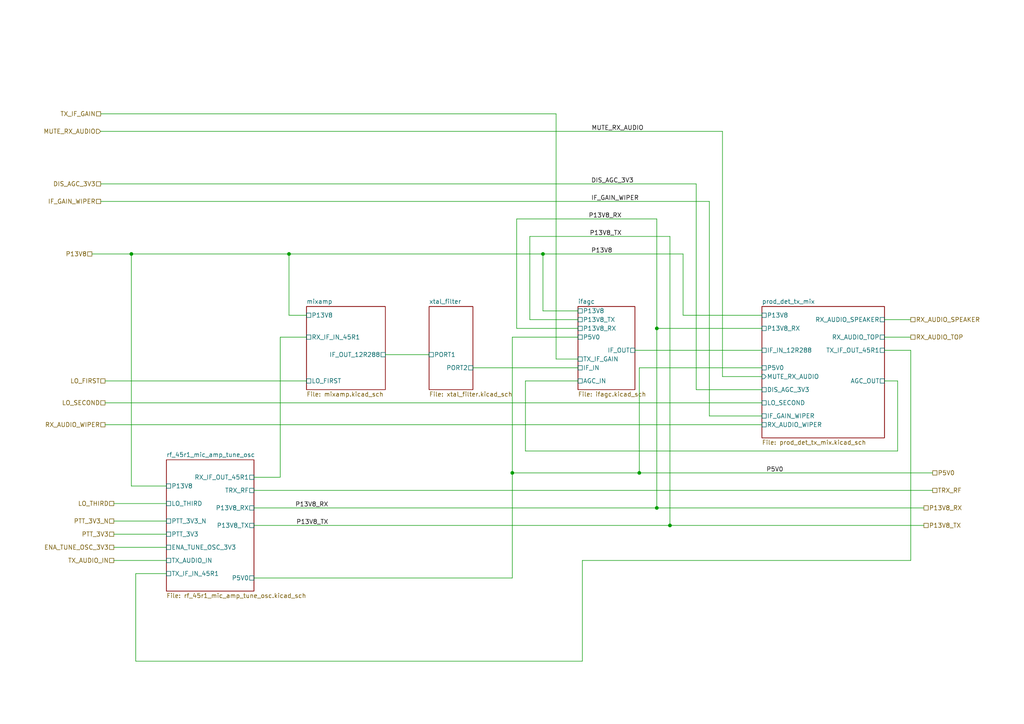
<source format=kicad_sch>
(kicad_sch (version 20211123) (generator eeschema)
  (paper "A4")
  (title_block (rev "X1") (company "WA6ZFT"))
  (lib_symbols)
  (junction (at 83.82 73.66))
  (junction (at 190.5 147.32))
  (junction (at 194.31 152.4))
  (junction (at 190.5 95.25))
  (junction (at 38.1 73.66))
  (junction (at 157.48 73.66))
  (junction (at 148.59 137.16))
  (junction (at 185.42 137.16))
  (wire (pts (xy 185.42 106.68) (xy 185.42 137.16)))
  (wire (pts (xy 148.59 167.64) (xy 73.66 167.64)))
  (wire (pts (xy 48.26 140.97) (xy 38.1 140.97)))
  (wire (pts (xy 198.12 73.66) (xy 198.12 91.44)))
  (wire (pts (xy 190.5 147.32) (xy 267.97 147.32)))
  (wire (pts (xy 185.42 137.16) (xy 148.59 137.16)))
  (wire (pts (xy 205.74 120.65) (xy 220.98 120.65)))
  (wire (pts (xy 148.59 97.79) (xy 148.59 137.16)))
  (wire (pts (xy 194.31 152.4) (xy 267.97 152.4)))
  (wire (pts (xy 220.98 106.68) (xy 185.42 106.68)))
  (wire (pts (xy 149.86 63.5) (xy 190.5 63.5)))
  (wire (pts (xy 39.37 191.77) (xy 39.37 166.37)))
  (wire (pts (xy 194.31 68.58) (xy 194.31 152.4)))
  (wire (pts (xy 73.66 147.32) (xy 190.5 147.32)))
  (wire (pts (xy 48.26 158.75) (xy 33.02 158.75)))
  (wire (pts (xy 220.98 101.6) (xy 184.15 101.6)))
  (wire (pts (xy 88.9 91.44) (xy 83.82 91.44)))
  (wire (pts (xy 167.64 90.17) (xy 157.48 90.17)))
  (wire (pts (xy 185.42 137.16) (xy 270.51 137.16)))
  (wire (pts (xy 168.91 162.56) (xy 168.91 191.77)))
  (wire (pts (xy 81.28 97.79) (xy 81.28 138.43)))
  (wire (pts (xy 167.64 97.79) (xy 148.59 97.79)))
  (wire (pts (xy 220.98 123.19) (xy 30.48 123.19)))
  (wire (pts (xy 256.54 92.71) (xy 264.16 92.71)))
  (wire (pts (xy 209.55 109.22) (xy 220.98 109.22)))
  (wire (pts (xy 48.26 162.56) (xy 33.02 162.56)))
  (wire (pts (xy 161.29 104.14) (xy 161.29 33.02)))
  (wire (pts (xy 264.16 101.6) (xy 264.16 162.56)))
  (wire (pts (xy 111.76 102.87) (xy 124.46 102.87)))
  (wire (pts (xy 167.64 95.25) (xy 149.86 95.25)))
  (wire (pts (xy 157.48 73.66) (xy 83.82 73.66)))
  (wire (pts (xy 190.5 63.5) (xy 190.5 95.25)))
  (wire (pts (xy 153.67 68.58) (xy 194.31 68.58)))
  (wire (pts (xy 157.48 90.17) (xy 157.48 73.66)))
  (wire (pts (xy 88.9 110.49) (xy 30.48 110.49)))
  (wire (pts (xy 88.9 97.79) (xy 81.28 97.79)))
  (wire (pts (xy 260.35 110.49) (xy 260.35 130.81)))
  (wire (pts (xy 48.26 154.94) (xy 33.02 154.94)))
  (wire (pts (xy 256.54 101.6) (xy 264.16 101.6)))
  (wire (pts (xy 167.64 104.14) (xy 161.29 104.14)))
  (wire (pts (xy 83.82 73.66) (xy 38.1 73.66)))
  (wire (pts (xy 73.66 152.4) (xy 194.31 152.4)))
  (wire (pts (xy 38.1 73.66) (xy 26.67 73.66)))
  (wire (pts (xy 152.4 110.49) (xy 167.64 110.49)))
  (wire (pts (xy 264.16 162.56) (xy 168.91 162.56)))
  (wire (pts (xy 168.91 191.77) (xy 39.37 191.77)))
  (wire (pts (xy 167.64 106.68) (xy 137.16 106.68)))
  (wire (pts (xy 152.4 130.81) (xy 152.4 110.49)))
  (wire (pts (xy 260.35 130.81) (xy 152.4 130.81)))
  (wire (pts (xy 148.59 137.16) (xy 148.59 167.64)))
  (wire (pts (xy 190.5 95.25) (xy 220.98 95.25)))
  (wire (pts (xy 38.1 140.97) (xy 38.1 73.66)))
  (wire (pts (xy 161.29 33.02) (xy 29.21 33.02)))
  (wire (pts (xy 220.98 113.03) (xy 201.93 113.03)))
  (wire (pts (xy 190.5 95.25) (xy 190.5 147.32)))
  (wire (pts (xy 256.54 97.79) (xy 264.16 97.79)))
  (wire (pts (xy 29.21 58.42) (xy 205.74 58.42)))
  (wire (pts (xy 83.82 91.44) (xy 83.82 73.66)))
  (wire (pts (xy 48.26 151.13) (xy 33.02 151.13)))
  (wire (pts (xy 30.48 116.84) (xy 220.98 116.84)))
  (wire (pts (xy 153.67 92.71) (xy 153.67 68.58)))
  (wire (pts (xy 256.54 110.49) (xy 260.35 110.49)))
  (wire (pts (xy 167.64 92.71) (xy 153.67 92.71)))
  (wire (pts (xy 201.93 53.34) (xy 29.21 53.34)))
  (wire (pts (xy 73.66 142.24) (xy 270.51 142.24)))
  (wire (pts (xy 29.21 38.1) (xy 209.55 38.1)))
  (wire (pts (xy 149.86 95.25) (xy 149.86 63.5)))
  (wire (pts (xy 48.26 146.05) (xy 33.02 146.05)))
  (wire (pts (xy 198.12 91.44) (xy 220.98 91.44)))
  (wire (pts (xy 157.48 73.66) (xy 198.12 73.66)))
  (wire (pts (xy 201.93 113.03) (xy 201.93 53.34)))
  (wire (pts (xy 81.28 138.43) (xy 73.66 138.43)))
  (wire (pts (xy 39.37 166.37) (xy 48.26 166.37)))
  (wire (pts (xy 209.55 38.1) (xy 209.55 109.22)))
  (wire (pts (xy 205.74 58.42) (xy 205.74 120.65)))
  (label "DIS_AGC_3V3" (at 171.45 53.34 0))
  (label "P13V8" (at 171.45 73.66 0))
  (label "P13V8_TX" (at 180.34 68.58 180))
  (label "P13V8_RX" (at 95.25 147.32 180))
  (label "IF_GAIN_WIPER" (at 171.45 58.42 0))
  (label "P13V8_RX" (at 180.34 63.5 180))
  (label "MUTE_RX_AUDIO" (at 186.69 38.1 180))
  (label "P5V0" (at 222.25 137.16 0))
  (label "P13V8_TX" (at 95.25 152.4 180))
  (hierarchical_label "LO_THIRD" (shape passive) (at 33.02 146.05 180))
  (hierarchical_label "P5V0" (shape passive) (at 270.51 137.16 0))
  (hierarchical_label "RX_AUDIO_TOP" (shape passive) (at 264.16 97.79 0))
  (hierarchical_label "LO_FIRST" (shape passive) (at 30.48 110.49 180))
  (hierarchical_label "P13V8" (shape passive) (at 26.67 73.66 180))
  (hierarchical_label "DIS_AGC_3V3" (shape passive) (at 29.21 53.34 180))
  (hierarchical_label "LO_SECOND" (shape passive) (at 30.48 116.84 180))
  (hierarchical_label "ENA_TUNE_OSC_3V3" (shape passive) (at 33.02 158.75 180))
  (hierarchical_label "P13V8_TX" (shape passive) (at 267.97 152.4 0))
  (hierarchical_label "IF_GAIN_WIPER" (shape passive) (at 29.21 58.42 180))
  (hierarchical_label "RX_AUDIO_SPEAKER" (shape passive) (at 264.16 92.71 0))
  (hierarchical_label "P13V8_RX" (shape passive) (at 267.97 147.32 0))
  (hierarchical_label "MUTE_RX_AUDIO" (shape input) (at 29.21 38.1 180))
  (hierarchical_label "TX_AUDIO_IN" (shape passive) (at 33.02 162.56 180))
  (hierarchical_label "TX_IF_GAIN" (shape passive) (at 29.21 33.02 180))
  (hierarchical_label "PTT_3V3_N" (shape passive) (at 33.02 151.13 180))
  (hierarchical_label "PTT_3V3" (shape passive) (at 33.02 154.94 180))
  (hierarchical_label "RX_AUDIO_WIPER" (shape passive) (at 30.48 123.19 180))
  (hierarchical_label "TRX_RF" (shape passive) (at 270.51 142.24 0))
  (sheet (at 48.26 133.35) (size 25.4 38.1)
    (property "Sheet name" "rf_45r1_mic_amp_tune_osc" (at 48.26 132.6384 0) (effects (justify left bottom)))
    (property "Sheet file" "rf_45r1_mic_amp_tune_osc.kicad_sch" (at 48.26 172.0346 0) (effects (justify left top)))
    (pin "TX_IF_IN_45R1" passive (at 48.26 166.37 180))
    (pin "TX_AUDIO_IN" passive (at 48.26 162.56 180))
    (pin "P13V8_RX" passive (at 73.66 147.32 0))
    (pin "ENA_TUNE_OSC_3V3" passive (at 48.26 158.75 180))
    (pin "P13V8" passive (at 48.26 140.97 180))
    (pin "P5V0" passive (at 73.66 167.64 0))
    (pin "PTT_3V3" passive (at 48.26 154.94 180))
    (pin "P13V8_TX" passive (at 73.66 152.4 0))
    (pin "PTT_3V3_N" passive (at 48.26 151.13 180))
    (pin "RX_IF_OUT_45R1" passive (at 73.66 138.43 0))
    (pin "TRX_RF" passive (at 73.66 142.24 0))
    (pin "LO_THIRD" passive (at 48.26 146.05 180))
  )
  (sheet (at 124.46 88.9) (size 12.7 24.13)
    (property "Sheet name" "xtal_filter" (at 124.46 88.1884 0) (effects (justify left bottom)))
    (property "Sheet file" "xtal_filter.kicad_sch" (at 124.46 113.6146 0) (effects (justify left top)))
    (pin "PORT1" passive (at 124.46 102.87 180))
    (pin "PORT2" passive (at 137.16 106.68 0))
  )
  (sheet (at 88.9 88.9) (size 22.86 24.13)
    (property "Sheet name" "mixamp" (at 88.9 88.1884 0) (effects (justify left bottom)))
    (property "Sheet file" "mixamp.kicad_sch" (at 88.9 113.6146 0) (effects (justify left top)))
    (pin "P13V8" passive (at 88.9 91.44 180))
    (pin "LO_FIRST" passive (at 88.9 110.49 180))
    (pin "RX_IF_IN_45R1" passive (at 88.9 97.79 180))
    (pin "IF_OUT_12R288" passive (at 111.76 102.87 0))
  )
  (sheet (at 167.64 88.9) (size 16.51 24.13)
    (property "Sheet name" "ifagc" (at 167.64 88.1884 0) (effects (justify left bottom)))
    (property "Sheet file" "ifagc.kicad_sch" (at 167.64 113.6146 0) (effects (justify left top)))
    (pin "AGC_IN" passive (at 167.64 110.49 180))
    (pin "IF_OUT" passive (at 184.15 101.6 0))
    (pin "P13V8_RX" passive (at 167.64 95.25 180))
    (pin "P13V8_TX" passive (at 167.64 92.71 180))
    (pin "P13V8" passive (at 167.64 90.17 180))
    (pin "IF_IN" passive (at 167.64 106.68 180))
    (pin "P5V0" passive (at 167.64 97.79 180))
    (pin "TX_IF_GAIN" passive (at 167.64 104.14 180))
  )
  (sheet (at 220.98 88.9) (size 35.56 38.1)
    (property "Sheet name" "prod_det_tx_mix" (at 220.98 88.1884 0) (effects (justify left bottom)))
    (property "Sheet file" "prod_det_tx_mix.kicad_sch" (at 220.98 127.5846 0) (effects (justify left top)))
    (pin "LO_SECOND" passive (at 220.98 116.84 180))
    (pin "IF_IN_12R288" passive (at 220.98 101.6 180))
    (pin "TX_IF_OUT_45R1" passive (at 256.54 101.6 0))
    (pin "AGC_OUT" passive (at 256.54 110.49 0))
    (pin "DIS_AGC_3V3" passive (at 220.98 113.03 180))
    (pin "P13V8_RX" passive (at 220.98 95.25 180))
    (pin "P13V8" passive (at 220.98 91.44 180))
    (pin "P5V0" passive (at 220.98 106.68 180))
    (pin "RX_AUDIO_WIPER" passive (at 220.98 123.19 180))
    (pin "RX_AUDIO_TOP" passive (at 256.54 97.79 0))
    (pin "RX_AUDIO_SPEAKER" passive (at 256.54 92.71 0))
    (pin "IF_GAIN_WIPER" passive (at 220.98 120.65 180))
    (pin "MUTE_RX_AUDIO" input (at 220.98 109.22 180))
  )
)
</source>
